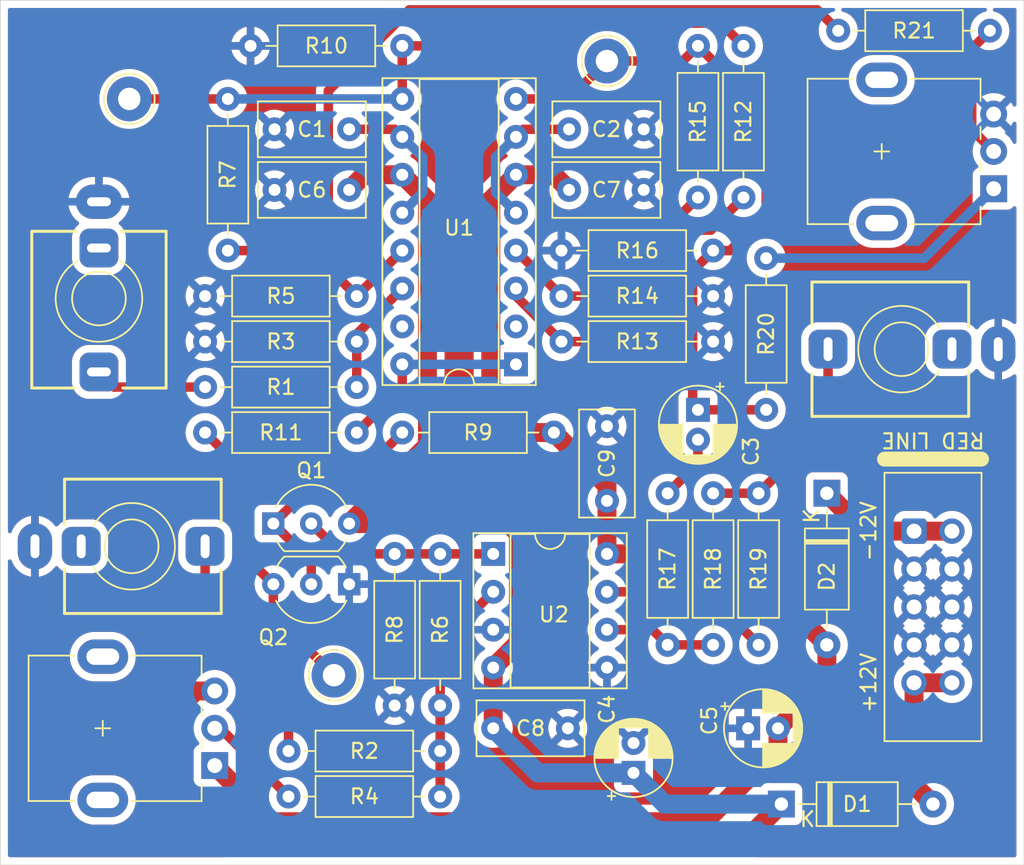
<source format=kicad_pcb>
(kicad_pcb (version 20211014) (generator pcbnew)
  (title_block (title "Example LowPass Filter") (date "2022-05-14") (rev "r01"))
  (layers (0 "F.Cu" signal) (31 "B.Cu" signal) (36 "B.SilkS" user "B.Silkscreen") (37 "F.SilkS" user "F.Silkscreen") (38 "B.Mask" user) (39 "F.Mask" user) (44 "Edge.Cuts" user))
  (net 0 "")
  (net 1 "Net-(C1-Pad1)")
  (net 2 "GND")
  (net 3 "Net-(C2-Pad1)")
  (net 4 "+12V")
  (net 5 "-12V")
  (net 6 "Net-(D1-Pad2)")
  (net 7 "Net-(D2-Pad1)")
  (net 8 "Net-(J1-PadT)")
  (net 10 "Net-(J2-PadT)")
  (net 12 "Net-(J4-PadT)")
  (net 14 "Net-(Q1-Pad2)")
  (net 15 "Net-(Q1-Pad1)")
  (net 16 "Net-(Q2-Pad3)")
  (net 17 "Net-(R1-Pad2)")
  (net 18 "Net-(R2-Pad2)")
  (net 19 "Net-(R4-Pad1)")
  (net 20 "/FEEDBACK")
  (net 21 "Net-(R10-Pad1)")
  (net 22 "Net-(R11-Pad2)")
  (net 23 "Net-(R12-Pad2)")
  (net 24 "Net-(R14-Pad2)")
  (net 25 "Net-(R17-Pad1)")
  (net 26 "Net-(R19-Pad2)")
  (net 29 "Net-(R20-Pad2)")
  (net 30 "Net-(R21-Pad1)")
  (net 31 "Net-(R15-Pad1)")
  (net 32 "Net-(R17-Pad2)")
  (footprint "EurorackBasics:Jack_3.5mm_QingPu_WQP-PJ398SM_Vertical" (layer "F.Cu") (at 101.76 85.852 -90)
    (fp_text reference "J2" hide)
    (fp_text value "Freq CV")
    (pad "S" thru_hole oval (at 0 6.48 270) (size 3.1 2.3) (drill oval 1.6 0.6) (layers *.Cu *.Mask) (net 2 "GND"))
    (pad "T" thru_hole roundrect (at 0 -4.92 270) (size 2.6 2.6) (drill oval 1.6 0.6) (layers *.Cu *.Mask) (net 10 "Net-(J2-PadT)"))
    (pad "TN" thru_hole roundrect (at 0 3.38 270) (size 2.6 2.6) (drill oval 1.6 0.6) (layers *.Cu *.Mask))
  )
  (footprint "Rumblesan_Footprints:Resistor_THT_L6.3mm_D2.5mm_P10.16mm_Horizontal" (layer "F.Cu") (at 140.716 72.136 180)
    (fp_text reference "R13" (at 5.08 0) (layer "F.SilkS"))
    (fp_text value "220r")
    (pad "1" thru_hole circle (at 0 0 180) (size 1.6 1.6) (drill 0.8) (layers *.Cu *.Mask) (net 2 "GND"))
    (pad "2" thru_hole oval (at 10.16 0 180) (size 1.6 1.6) (drill 0.8) (layers *.Cu *.Mask) (net 23 "Net-(R12-Pad2)"))
  )
  (footprint "EurorackBasics:Jack_3.5mm_QingPu_WQP-PJ398SM_Vertical" (layer "F.Cu") (at 153.338 72.644 90)
    (fp_text reference "J4" hide)
    (fp_text value "LowPass Out")
    (pad "S" thru_hole oval (at 0 6.48 90) (size 3.1 2.3) (drill oval 1.6 0.6) (layers *.Cu *.Mask) (net 2 "GND"))
    (pad "T" thru_hole roundrect (at 0 -4.92 90) (size 2.6 2.6) (drill oval 1.6 0.6) (layers *.Cu *.Mask) (net 12 "Net-(J4-PadT)"))
    (pad "TN" thru_hole roundrect (at 0 3.38 90) (size 2.6 2.6) (drill oval 1.6 0.6) (layers *.Cu *.Mask))
  )
  (footprint "Capacitor_THT:CP_Radial_D5.0mm_P2.00mm" (layer "F.Cu") (at 135.382 101.031113 90)
    (fp_text reference "C4" (at 4.257113 -1.778 90) (layer "F.SilkS"))
    (fp_text value "10uF")
    (pad "1" thru_hole rect locked (at 0 0 90) (size 1.6 1.6) (drill 0.8) (layers *.Cu *.Mask) (net 4 "+12V"))
    (pad "2" thru_hole circle locked (at 2 0 90) (size 1.6 1.6) (drill 0.8) (layers *.Cu *.Mask) (net 2 "GND"))
  )
  (footprint "EurorackBasics:Jack_3.5mm_QingPu_WQP-PJ398SM_Vertical" (layer "F.Cu") (at 99.568 69.248 180)
    (fp_text reference "J1" hide)
    (fp_text value "Audio In")
    (pad "S" thru_hole oval (at 0 6.48 180) (size 3.1 2.3) (drill oval 1.6 0.6) (layers *.Cu *.Mask) (net 2 "GND"))
    (pad "T" thru_hole roundrect (at 0 -4.92 180) (size 2.6 2.6) (drill oval 1.6 0.6) (layers *.Cu *.Mask) (net 8 "Net-(J1-PadT)"))
    (pad "TN" thru_hole roundrect (at 0 3.38 180) (size 2.6 2.6) (drill oval 1.6 0.6) (layers *.Cu *.Mask))
  )
  (footprint "Capacitor_THT:CP_Radial_D5.0mm_P2.00mm" (layer "F.Cu") (at 139.7 76.708 -90)
    (fp_text reference "C3" (at 2.794 -3.556 90) (layer "F.SilkS"))
    (fp_text value "10uF")
    (pad "1" thru_hole rect locked (at 0 0 270) (size 1.6 1.6) (drill 0.8) (layers *.Cu *.Mask) (net 31 "Net-(R15-Pad1)"))
    (pad "2" thru_hole circle locked (at 2 0 270) (size 1.6 1.6) (drill 0.8) (layers *.Cu *.Mask) (net 32 "Net-(R17-Pad2)"))
  )
  (footprint "Rumblesan_Footprints:Resistor_THT_L6.3mm_D2.5mm_P10.16mm_Horizontal" (layer "F.Cu") (at 140.716 69.088 180)
    (fp_text reference "R14" (at 5.08 0) (layer "F.SilkS"))
    (fp_text value "220r")
    (pad "1" thru_hole circle (at 0 0 180) (size 1.6 1.6) (drill 0.8) (layers *.Cu *.Mask) (net 2 "GND"))
    (pad "2" thru_hole oval (at 10.16 0 180) (size 1.6 1.6) (drill 0.8) (layers *.Cu *.Mask) (net 24 "Net-(R14-Pad2)"))
  )
  (footprint "Rumblesan_Footprints:Resistor_THT_L6.3mm_D2.5mm_P10.16mm_Horizontal" (layer "F.Cu") (at 106.68 72.136)
    (fp_text reference "R3" (at 5.08 0) (layer "F.SilkS"))
    (fp_text value "220r")
    (pad "1" thru_hole circle (at 0 0) (size 1.6 1.6) (drill 0.8) (layers *.Cu *.Mask) (net 2 "GND"))
    (pad "2" thru_hole oval (at 10.16 0) (size 1.6 1.6) (drill 0.8) (layers *.Cu *.Mask) (net 17 "Net-(R1-Pad2)"))
  )
  (footprint "Rumblesan_Footprints:Resistor_THT_L6.3mm_D2.5mm_P10.16mm_Horizontal" (layer "F.Cu") (at 130.048 78.232 180)
    (fp_text reference "R9" (at 5.08 0) (layer "F.SilkS"))
    (fp_text value "100k")
    (pad "1" thru_hole circle (at 0 0 180) (size 1.6 1.6) (drill 0.8) (layers *.Cu *.Mask) (net 5 "-12V"))
    (pad "2" thru_hole oval (at 10.16 0 180) (size 1.6 1.6) (drill 0.8) (layers *.Cu *.Mask) (net 15 "Net-(Q1-Pad1)"))
  )
  (footprint "Rumblesan_Footprints:Resistor_THT_L6.3mm_D2.5mm_P10.16mm_Horizontal" (layer "F.Cu") (at 137.668 92.456 90)
    (fp_text reference "R17" (at 5.08 0 90) (layer "F.SilkS"))
    (fp_text value "100k")
    (pad "1" thru_hole circle (at 0 0 90) (size 1.6 1.6) (drill 0.8) (layers *.Cu *.Mask) (net 25 "Net-(R17-Pad1)"))
    (pad "2" thru_hole oval (at 10.16 0 90) (size 1.6 1.6) (drill 0.8) (layers *.Cu *.Mask) (net 32 "Net-(R17-Pad2)"))
  )
  (footprint "Rumblesan_Footprints:Resistor_THT_L6.3mm_D2.5mm_P10.16mm_Horizontal" (layer "F.Cu") (at 106.68 78.232)
    (fp_text reference "R11" (at 5.08 0) (layer "F.SilkS"))
    (fp_text value "27k")
    (pad "1" thru_hole circle (at 0 0) (size 1.6 1.6) (drill 0.8) (layers *.Cu *.Mask) (net 16 "Net-(Q2-Pad3)"))
    (pad "2" thru_hole oval (at 10.16 0) (size 1.6 1.6) (drill 0.8) (layers *.Cu *.Mask) (net 22 "Net-(R11-Pad2)"))
  )
  (footprint "Rumblesan_Footprints:Potentiometer_Alpha_RD901F-40-00D_Single_Vertical" (layer "F.Cu") (at 152.012 59.396 90)
    (fp_text reference "RV2" hide)
    (fp_text value "100k" hide)
    (pad "" thru_hole oval (at 4.8 0 270) (size 2.3 3.4) (drill oval 1.1 2.2) (layers *.Cu *.Mask))
    (pad "" thru_hole oval (at -4.8 0 270) (size 2.3 3.4) (drill oval 1.1 2.2) (layers *.Cu *.Mask))
    (pad "1" thru_hole rect (at -2.5 7.5 270) (size 1.8 1.8) (drill 1) (layers *.Cu *.Mask) (net 29 "Net-(R20-Pad2)"))
    (pad "2" thru_hole circle (at 0 7.5 270) (size 1.8 1.8) (drill 1) (layers *.Cu *.Mask) (net 30 "Net-(R21-Pad1)"))
    (pad "3" thru_hole circle (at 2.5 7.5 270) (size 1.8 1.8) (drill 1) (layers *.Cu *.Mask) (net 2 "GND"))
  )
  (footprint "Rumblesan_Footprints:C_Rect_L7.0mm_W3.5mm_P5.00mm" (layer "F.Cu") (at 125.984 98.044)
    (fp_text reference "C8" (at 2.5 0) (layer "F.SilkS"))
    (fp_text value "100nF")
    (pad "1" thru_hole circle (at 0 0) (size 1.6 1.6) (drill 0.8) (layers *.Cu *.Mask) (net 4 "+12V"))
    (pad "2" thru_hole circle (at 5 0) (size 1.6 1.6) (drill 0.8) (layers *.Cu *.Mask) (net 2 "GND"))
  )
  (footprint "Package_TO_SOT_THT:TO-92_Inline_Wide" (layer "F.Cu") (at 111.252 84.328)
    (fp_text reference "Q1" (at 2.54 -3.56) (layer "F.SilkS"))
    (fp_text value "2N3904")
    (pad "1" thru_hole rect locked (at 0 0) (size 1.5 1.5) (drill 0.8) (layers *.Cu *.Mask) (net 15 "Net-(Q1-Pad1)"))
    (pad "2" thru_hole circle locked (at 2.54 0) (size 1.5 1.5) (drill 0.8) (layers *.Cu *.Mask) (net 14 "Net-(Q1-Pad2)"))
    (pad "3" thru_hole circle locked (at 5.08 0) (size 1.5 1.5) (drill 0.8) (layers *.Cu *.Mask) (net 4 "+12V"))
  )
  (footprint "TestPoint:TestPoint_Loop_D2.54mm_Drill1.5mm_Beaded" (layer "F.Cu") (at 101.6 55.88)
    (fp_text reference "TP1" hide)
    (fp_text value "LowPass1")
    (pad "1" thru_hole circle locked (at 0 0) (size 3 3) (drill 1.5) (layers *.Cu *.Mask) (net 21 "Net-(R10-Pad1)"))
  )
  (footprint "Rumblesan_Footprints:Potentiometer_Alpha_RD901F-40-00D_Single_Vertical" (layer "F.Cu") (at 99.825 98.044 90)
    (fp_text reference "RV1" hide)
    (fp_text value "R_Potentiometer" hide)
    (pad "" thru_hole oval (at 4.8 0 270) (size 2.3 3.4) (drill oval 1.1 2.2) (layers *.Cu *.Mask))
    (pad "" thru_hole oval (at -4.8 0 270) (size 2.3 3.4) (drill oval 1.1 2.2) (layers *.Cu *.Mask))
    (pad "1" thru_hole rect (at -2.5 7.5 270) (size 1.8 1.8) (drill 1) (layers *.Cu *.Mask) (net 5 "-12V"))
    (pad "2" thru_hole circle (at 0 7.5 270) (size 1.8 1.8) (drill 1) (layers *.Cu *.Mask) (net 19 "Net-(R4-Pad1)"))
    (pad "3" thru_hole circle (at 2.5 7.5 270) (size 1.8 1.8) (drill 1) (layers *.Cu *.Mask) (net 4 "+12V"))
  )
  (footprint "Rumblesan_Footprints:Resistor_THT_L6.3mm_D2.5mm_P10.16mm_Horizontal" (layer "F.Cu") (at 108.204 55.88 -90)
    (fp_text reference "R7" (at 5.08 0 90) (layer "F.SilkS"))
    (fp_text value "100k")
    (pad "1" thru_hole circle (at 0 0 270) (size 1.6 1.6) (drill 0.8) (layers *.Cu *.Mask) (net 21 "Net-(R10-Pad1)"))
    (pad "2" thru_hole oval (at 10.16 0 270) (size 1.6 1.6) (drill 0.8) (layers *.Cu *.Mask) (net 20 "/FEEDBACK"))
  )
  (footprint "Rumblesan_Footprints:Resistor_THT_L6.3mm_D2.5mm_P10.16mm_Horizontal" (layer "F.Cu") (at 139.7 52.324 -90)
    (fp_text reference "R15" (at 5.08 0 90) (layer "F.SilkS"))
    (fp_text value "100k")
    (pad "1" thru_hole circle (at 0 0 270) (size 1.6 1.6) (drill 0.8) (layers *.Cu *.Mask) (net 31 "Net-(R15-Pad1)"))
    (pad "2" thru_hole oval (at 10.16 0 270) (size 1.6 1.6) (drill 0.8) (layers *.Cu *.Mask) (net 24 "Net-(R14-Pad2)"))
  )
  (footprint "Rumblesan_Footprints:Resistor_THT_L6.3mm_D2.5mm_P10.16mm_Horizontal" (layer "F.Cu") (at 112.268 102.616)
    (fp_text reference "R4" (at 5.08 0) (layer "F.SilkS"))
    (fp_text value "100k")
    (pad "1" thru_hole circle (at 0 0) (size 1.6 1.6) (drill 0.8) (layers *.Cu *.Mask) (net 19 "Net-(R4-Pad1)"))
    (pad "2" thru_hole oval (at 10.16 0) (size 1.6 1.6) (drill 0.8) (layers *.Cu *.Mask) (net 18 "Net-(R2-Pad2)"))
  )
  (footprint "Package_TO_SOT_THT:TO-92_Inline_Wide" (layer "F.Cu") (at 116.332 88.392 180)
    (fp_text reference "Q2" (at 5.08 -3.556 180) (layer "F.SilkS"))
    (fp_text value "2N3906")
    (pad "1" thru_hole rect locked (at 0 0 180) (size 1.5 1.5) (drill 0.8) (layers *.Cu *.Mask) (net 2 "GND"))
    (pad "2" thru_hole circle locked (at 2.54 0 180) (size 1.5 1.5) (drill 0.8) (layers *.Cu *.Mask) (net 15 "Net-(Q1-Pad1)"))
    (pad "3" thru_hole circle locked (at 5.08 0 180) (size 1.5 1.5) (drill 0.8) (layers *.Cu *.Mask) (net 16 "Net-(Q2-Pad3)"))
  )
  (footprint "Rumblesan_Footprints:Diode_THT_P10.16mm_Horizontal" (layer "F.Cu") (at 148.336 82.296 -90)
    (fp_text reference "D2" (at 5.588 0 -270) (layer "F.SilkS"))
    (fp_text value "D")
    (fp_text user "K" (at 1.524 1.016 -270) (layer "F.SilkS"))
    (pad "1" thru_hole rect (at 0 0 270) (size 1.8 1.8) (drill 0.9) (layers *.Cu *.Mask) (net 7 "Net-(D2-Pad1)"))
    (pad "2" thru_hole oval (at 10.16 0 270) (size 1.8 1.8) (drill 0.9) (layers *.Cu *.Mask) (net 5 "-12V"))
  )
  (footprint "TestPoint:TestPoint_Loop_D2.54mm_Drill1.5mm_Beaded" (layer "F.Cu") (at 133.604 53.34)
    (fp_text reference "TP3" hide)
    (fp_text value "LowPass2")
    (pad "1" thru_hole circle locked (at 0 0) (size 3 3) (drill 1.5) (layers *.Cu *.Mask) (net 31 "Net-(R15-Pad1)"))
  )
  (footprint "Rumblesan_Footprints:C_Rect_L7.0mm_W3.5mm_P5.00mm" (layer "F.Cu") (at 136.064 61.976 180)
    (fp_text reference "C7" (at 2.5 0) (layer "F.SilkS"))
    (fp_text value "100nF")
    (pad "1" thru_hole circle (at 0 0 180) (size 1.6 1.6) (drill 0.8) (layers *.Cu *.Mask) (net 2 "GND"))
    (pad "2" thru_hole circle (at 5 0 180) (size 1.6 1.6) (drill 0.8) (layers *.Cu *.Mask) (net 5 "-12V"))
  )
  (footprint "Rumblesan_Footprints:C_Rect_L7.0mm_W3.5mm_P5.00mm" (layer "F.Cu") (at 116.332 57.912 180)
    (fp_text reference "C1" (at 2.5 0) (layer "F.SilkS"))
    (fp_text value "150pF")
    (pad "1" thru_hole circle (at 0 0 180) (size 1.6 1.6) (drill 0.8) (layers *.Cu *.Mask) (net 1 "Net-(C1-Pad1)"))
    (pad "2" thru_hole circle (at 5 0 180) (size 1.6 1.6) (drill 0.8) (layers *.Cu *.Mask) (net 2 "GND"))
  )
  (footprint "Rumblesan_Footprints:Resistor_THT_L6.3mm_D2.5mm_P10.16mm_Horizontal" (layer "F.Cu") (at 122.428 96.52 90)
    (fp_text reference "R6" (at 5.08 0 90) (layer "F.SilkS"))
    (fp_text value "2k")
    (pad "1" thru_hole circle (at 0 0 90) (size 1.6 1.6) (drill 0.8) (layers *.Cu *.Mask) (net 18 "Net-(R2-Pad2)"))
    (pad "2" thru_hole oval (at 10.16 0 90) (size 1.6 1.6) (drill 0.8) (layers *.Cu *.Mask) (net 14 "Net-(Q1-Pad2)"))
  )
  (footprint "Rumblesan_Footprints:Resistor_THT_L6.3mm_D2.5mm_P10.16mm_Horizontal" (layer "F.Cu") (at 159.258 51.308 180)
    (fp_text reference "R21" (at 5.08 0) (layer "F.SilkS"))
    (fp_text value "10k")
    (pad "1" thru_hole circle (at 0 0 180) (size 1.6 1.6) (drill 0.8) (layers *.Cu *.Mask) (net 30 "Net-(R21-Pad1)"))
    (pad "2" thru_hole oval (at 10.16 0 180) (size 1.6 1.6) (drill 0.8) (layers *.Cu *.Mask) (net 20 "/FEEDBACK"))
  )
  (footprint "Rumblesan_Footprints:Resistor_THT_L6.3mm_D2.5mm_P10.16mm_Horizontal" (layer "F.Cu") (at 119.38 96.52 90)
    (fp_text reference "R8" (at 5.08 0 90) (layer "F.SilkS"))
    (fp_text value "470r")
    (pad "1" thru_hole circle (at 0 0 90) (size 1.6 1.6) (drill 0.8) (layers *.Cu *.Mask) (net 2 "GND"))
    (pad "2" thru_hole oval (at 10.16 0 90) (size 1.6 1.6) (drill 0.8) (layers *.Cu *.Mask) (net 14 "Net-(Q1-Pad2)"))
  )
  (footprint "Rumblesan_Footprints:Resistor_THT_L6.3mm_D2.5mm_P10.16mm_Horizontal" (layer "F.Cu") (at 112.268 99.568)
    (fp_text reference "R2" (at 5.08 0) (layer "F.SilkS"))
    (fp_text value "100k")
    (pad "1" thru_hole circle (at 0 0) (size 1.6 1.6) (drill 0.8) (layers *.Cu *.Mask) (net 10 "Net-(J2-PadT)"))
    (pad "2" thru_hole oval (at 10.16 0) (size 1.6 1.6) (drill 0.8) (layers *.Cu *.Mask) (net 18 "Net-(R2-Pad2)"))
  )
  (footprint "Rumblesan_Footprints:DIP-16_W7.62mm_Socket" (layer "F.Cu") (at 127.508 73.66 180)
    (fp_text reference "U1" (at 3.81 9.144) (layer "F.SilkS"))
    (fp_text value "LM13700")
    (pad "1" thru_hole rect locked (at 0 0 180) (size 1.6 1.6) (drill 0.8) (layers *.Cu *.Mask) (net 22 "Net-(R11-Pad2)"))
    (pad "2" thru_hole oval locked (at 0 2.54 180) (size 1.6 1.6) (drill 0.8) (layers *.Cu *.Mask))
    (pad "3" thru_hole oval locked (at 0 5.08 180) (size 1.6 1.6) (drill 0.8) (layers *.Cu *.Mask) (net 23 "Net-(R12-Pad2)"))
    (pad "4" thru_hole oval locked (at 0 7.62 180) (size 1.6 1.6) (drill 0.8) (layers *.Cu *.Mask) (net 24 "Net-(R14-Pad2)"))
    (pad "5" thru_hole oval locked (at 0 10.16 180) (size 1.6 1.6) (drill 0.8) (layers *.Cu *.Mask) (net 3 "Net-(C2-Pad1)"))
    (pad "6" thru_hole oval locked (at 0 12.7 180) (size 1.6 1.6) (drill 0.8) (layers *.Cu *.Mask) (net 5 "-12V"))
    (pad "7" thru_hole oval locked (at 0 15.24 180) (size 1.6 1.6) (drill 0.8) (layers *.Cu *.Mask) (net 3 "Net-(C2-Pad1)"))
    (pad "8" thru_hole oval locked (at 0 17.78 180) (size 1.6 1.6) (drill 0.8) (layers *.Cu *.Mask) (net 31 "Net-(R15-Pad1)"))
    (pad "9" thru_hole oval locked (at 7.62 17.78 180) (size 1.6 1.6) (drill 0.8) (layers *.Cu *.Mask) (net 21 "Net-(R10-Pad1)"))
    (pad "10" thru_hole oval locked (at 7.62 15.24 180) (size 1.6 1.6) (drill 0.8) (layers *.Cu *.Mask) (net 1 "Net-(C1-Pad1)"))
    (pad "11" thru_hole oval locked (at 7.62 12.7 180) (size 1.6 1.6) (drill 0.8) (layers *.Cu *.Mask) (net 4 "+12V"))
    (pad "12" thru_hole oval locked (at 7.62 10.16 180) (size 1.6 1.6) (drill 0.8) (layers *.Cu *.Mask) (net 1 "Net-(C1-Pad1)"))
    (pad "13" thru_hole oval locked (at 7.62 7.62 180) (size 1.6 1.6) (drill 0.8) (layers *.Cu *.Mask) (net 20 "/FEEDBACK"))
    (pad "14" thru_hole oval locked (at 7.62 5.08 180) (size 1.6 1.6) (drill 0.8) (layers *.Cu *.Mask) (net 17 "Net-(R1-Pad2)"))
    (pad "15" thru_hole oval locked (at 7.62 2.54 180) (size 1.6 1.6) (drill 0.8) (layers *.Cu *.Mask))
    (pad "16" thru_hole oval locked (at 7.62 0 180) (size 1.6 1.6) (drill 0.8) (layers *.Cu *.Mask) (net 22 "Net-(R11-Pad2)"))
  )
  (footprint "Rumblesan_Footprints:C_Rect_L7.0mm_W3.5mm_P5.00mm" (layer "F.Cu") (at 133.604 77.804 -90)
    (fp_text reference "C9" (at 2.5 0 90) (layer "F.SilkS"))
    (fp_text value "100nF")
    (pad "1" thru_hole circle (at 0 0 270) (size 1.6 1.6) (drill 0.8) (layers *.Cu *.Mask) (net 2 "GND"))
    (pad "2" thru_hole circle (at 5 0 270) (size 1.6 1.6) (drill 0.8) (layers *.Cu *.Mask) (net 5 "-12V"))
  )
  (footprint "Rumblesan_Footprints:Resistor_THT_L6.3mm_D2.5mm_P10.16mm_Horizontal" (layer "F.Cu") (at 119.888 52.324 180)
    (fp_text reference "R10" (at 5.08 0) (layer "F.SilkS"))
    (fp_text value "10k")
    (pad "1" thru_hole circle (at 0 0 180) (size 1.6 1.6) (drill 0.8) (layers *.Cu *.Mask) (net 21 "Net-(R10-Pad1)"))
    (pad "2" thru_hole oval (at 10.16 0 180) (size 1.6 1.6) (drill 0.8) (layers *.Cu *.Mask) (net 2 "GND"))
  )
  (footprint "EurorackBasics:Eurorack_PowerHeader_2x05_P2.54mm_Bare" (layer "F.Cu") (at 154.178 84.836)
    (fp_text reference "J3" hide)
    (fp_text value "Eurorack_Power_Small" hide)
    (fp_text user "+12V" (at -3.048 10.16 90 unlocked) (layer "F.SilkS"))
    (fp_text user "RED LINE" (at 1.27 -6.096 180 unlocked) (layer "F.SilkS"))
    (fp_text user "-12V" (at -3.048 0 90 unlocked) (layer "F.SilkS"))
    (pad "1" thru_hole roundrect (at 0 0) (size 1.7 1.7) (drill 1) (layers *.Cu *.Mask) (roundrect_rratio 0.1470588235) (net 7 "Net-(D2-Pad1)"))
    (pad "2" thru_hole circle (at 2.54 0) (size 1.7 1.7) (drill 1) (layers *.Cu *.Mask) (net 7 "Net-(D2-Pad1)"))
    (pad "3" thru_hole circle (at 0 2.54) (size 1.7 1.7) (drill 1) (layers *.Cu *.Mask) (net 2 "GND"))
    (pad "4" thru_hole circle (at 2.54 2.54) (size 1.7 1.7) (drill 1) (layers *.Cu *.Mask) (net 2 "GND"))
    (pad "5" thru_hole circle (at 0 5.08) (size 1.7 1.7) (drill 1) (layers *.Cu *.Mask) (net 2 "GND"))
    (pad "6" thru_hole circle (at 2.54 5.08) (size 1.7 1.7) (drill 1) (layers *.Cu *.Mask) (net 2 "GND"))
    (pad "7" thru_hole circle (at 0 7.62) (size 1.7 1.7) (drill 1) (layers *.Cu *.Mask) (net 2 "GND"))
    (pad "8" thru_hole circle (at 2.54 7.62) (size 1.7 1.7) (drill 1) (layers *.Cu *.Mask) (net 2 "GND"))
    (pad "9" thru_hole circle (at 0 10.16) (size 1.7 1.7) (drill 1) (layers *.Cu *.Mask) (net 6 "Net-(D1-Pad2)"))
    (pad "10" thru_hole circle (at 2.54 10.16) (size 1.7 1.7) (drill 1) (layers *.Cu *.Mask) (net 6 "Net-(D1-Pad2)"))
  )
  (footprint "Rumblesan_Footprints:Diode_THT_P10.16mm_Horizontal" (layer "F.Cu") (at 145.288 103.124)
    (fp_text reference "D1" (at 5.08 0) (layer "F.SilkS"))
    (fp_text value "D")
    (fp_text user "K" (at 1.75 1.016) (layer "F.SilkS"))
    (pad "1" thru_hole rect (at 0 0) (size 1.8 1.8) (drill 0.9) (layers *.Cu *.Mask) (net 4 "+12V"))
    (pad "2" thru_hole oval (at 10.16 0) (size 1.8 1.8) (drill 0.9) (layers *.Cu *.Mask) (net 6 "Net-(D1-Pad2)"))
  )
  (footprint "Rumblesan_Footprints:C_Rect_L7.0mm_W3.5mm_P5.00mm" (layer "F.Cu") (at 131.064 57.912)
    (fp_text reference "C2" (at 2.5 0) (layer "F.SilkS"))
    (fp_text value "150pF")
    (pad "1" thru_hole circle (at 0 0) (size 1.6 1.6) (drill 0.8) (layers *.Cu *.Mask) (net 3 "Net-(C2-Pad1)"))
    (pad "2" thru_hole circle (at 5 0) (size 1.6 1.6) (drill 0.8) (layers *.Cu *.Mask) (net 2 "GND"))
  )
  (footprint "TestPoint:TestPoint_Loop_D2.54mm_Drill1.5mm_Beaded" (layer "F.Cu") (at 115.316 94.488)
    (fp_text reference "TP2" hide)
    (fp_text value "Freq")
    (pad "1" thru_hole circle locked (at 0 0) (size 3 3) (drill 1.5) (layers *.Cu *.Mask) (net 16 "Net-(Q2-Pad3)"))
  )
  (footprint "Rumblesan_Footprints:Resistor_THT_L6.3mm_D2.5mm_P10.16mm_Horizontal" (layer "F.Cu") (at 106.68 75.184)
    (fp_text reference "R1" (at 5.08 0) (layer "F.SilkS"))
    (fp_text value "100k")
    (pad "1" thru_hole circle (at 0 0) (size 1.6 1.6) (drill 0.8) (layers *.Cu *.Mask) (net 8 "Net-(J1-PadT)"))
    (pad "2" thru_hole oval (at 10.16 0) (size 1.6 1.6) (drill 0.8) (layers *.Cu *.Mask) (net 17 "Net-(R1-Pad2)"))
  )
  (footprint "Rumblesan_Footprints:Resistor_THT_L6.3mm_D2.5mm_P10.16mm_Horizontal" (layer "F.Cu") (at 140.716 66.04 180)
    (fp_text reference "R16" (at 5.08 0) (layer "F.SilkS"))
    (fp_text value "10k")
    (pad "1" thru_hole circle (at 0 0 180) (size 1.6 1.6) (drill 0.8) (layers *.Cu *.Mask) (net 31 "Net-(R15-Pad1)"))
    (pad "2" thru_hole oval (at 10.16 0 180) (size 1.6 1.6) (drill 0.8) (layers *.Cu *.Mask) (net 2 "GND"))
  )
  (footprint "Rumblesan_Footprints:Resistor_THT_L6.3mm_D2.5mm_P10.16mm_Horizontal" (layer "F.Cu") (at 144.272 76.708 90)
    (fp_text reference "R20" (at 5.08 0 90) (layer "F.SilkS"))
    (fp_text value "10k")
    (pad "1" thru_hole circle (at 0 0 90) (size 1.6 1.6) (drill 0.8) (layers *.Cu *.Mask) (net 31 "Net-(R15-Pad1)"))
    (pad "2" thru_hole oval (at 10.16 0 90) (size 1.6 1.6) (drill 0.8) (layers *.Cu *.Mask) (net 29 "Net-(R20-Pad2)"))
  )
  (footprint "Rumblesan_Footprints:Resistor_THT_L6.3mm_D2.5mm_P10.16mm_Horizontal" (layer "F.Cu") (at 142.748 52.324 -90)
    (fp_text reference "R12" (at 5.08 0 90) (layer "F.SilkS"))
    (fp_text value "100k")
    (pad "1" thru_hole circle (at 0 0 270) (size 1.6 1.6) (drill 0.8) (layers *.Cu *.Mask) (net 21 "Net-(R10-Pad1)"))
    (pad "2" thru_hole oval (at 10.16 0 270) (size 1.6 1.6) (drill 0.8) (layers *.Cu *.Mask) (net 23 "Net-(R12-Pad2)"))
  )
  (footprint "Rumblesan_Footprints:C_Rect_L7.0mm_W3.5mm_P5.00mm" (layer "F.Cu") (at 116.332 61.976 180)
    (fp_text reference "C6" (at 2.5 0) (layer "F.SilkS"))
    (fp_text value "100nF")
    (pad "1" thru_hole circle (at 0 0 180) (size 1.6 1.6) (drill 0.8) (layers *.Cu *.Mask) (net 4 "+12V"))
    (pad "2" thru_hole circle (at 5 0 180) (size 1.6 1.6) (drill 0.8) (layers *.Cu *.Mask) (net 2 "GND"))
  )
  (footprint "Rumblesan_Footprints:Resistor_THT_L6.3mm_D2.5mm_P10.16mm_Horizontal" (layer "F.Cu") (at 140.716 82.296 -90)
    (fp_text reference "R18" (at 5.08 0 90) (layer "F.SilkS"))
    (fp_text value "100k")
    (pad "1" thru_hole circle (at 0 0 270) (size 1.6 1.6) (drill 0.8) (layers *.Cu *.Mask) (net 12 "Net-(J4-PadT)"))
    (pad "2" thru_hole oval (at 10.16 0 270) (size 1.6 1.6) (drill 0.8) (layers *.Cu *.Mask) (net 25 "Net-(R17-Pad1)"))
  )
  (footprint "Rumblesan_Footprints:Resistor_THT_L6.3mm_D2.5mm_P10.16mm_Horizontal" (layer "F.Cu") (at 143.764 82.296 -90)
    (fp_text reference "R19" (at 5.08 0 90) (layer "F.SilkS"))
    (fp_text value "1k")
    (pad "1" thru_hole circle (at 0 0 270) (size 1.6 1.6) (drill 0.8) (layers *.Cu *.Mask) (net 12 "Net-(J4-PadT)"))
    (pad "2" thru_hole oval (at 10.16 0 270) (size 1.6 1.6) (drill 0.8) (layers *.Cu *.Mask) (net 26 "Net-(R19-Pad2)"))
  )
  (footprint "Rumblesan_Footprints:Resistor_THT_L6.3mm_D2.5mm_P10.16mm_Horizontal" (layer "F.Cu") (at 106.68 69.088)
    (fp_text reference "R5" (at 5.08 0) (layer "F.SilkS"))
    (fp_text value "220r")
    (pad "1" thru_hole circle (at 0 0) (size 1.6 1.6) (drill 0.8) (layers *.Cu *.Mask) (net 2 "GND"))
    (pad "2" thru_hole oval (at 10.16 0) (size 1.6 1.6) (drill 0.8) (layers *.Cu *.Mask) (net 20 "/FEEDBACK"))
  )
  (footprint "Capacitor_THT:CP_Radial_D5.0mm_P2.00mm" (layer "F.Cu") (at 143.062888 98.044)
    (fp_text reference "C5" (at -2.600887 -0.508 90) (layer "F.SilkS"))
    (fp_text value "10uF")
    (pad "1" thru_hole rect locked (at 0 0) (size 1.6 1.6) (drill 0.8) (layers *.Cu *.Mask) (net 2 "GND"))
    (pad "2" thru_hole circle locked (at 2 0) (size 1.6 1.6) (drill 0.8) (layers *.Cu *.Mask) (net 5 "-12V"))
  )
  (footprint "Rumblesan_Footprints:DIP-8_W7.62mm_Socket" (layer "F.Cu") (at 125.984 86.36)
    (fp_text reference "U2" (at 4.064 4.064) (layer "F.SilkS"))
    (fp_text value "TL072")
    (pad "1" thru_hole rect locked (at 0 0) (size 1.6 1.6) (drill 0.8) (layers *.Cu *.Mask) (net 14 "Net-(Q1-Pad2)"))
    (pad "2" thru_hole oval locked (at 0 2.54) (size 1.6 1.6) (drill 0.8) (layers *.Cu *.Mask) (net 18 "Net-(R2-Pad2)"))
    (pad "3" thru_hole oval locked (at 0 5.08) (size 1.6 1.6) (drill 0.8) (layers *.Cu *.Mask) (net 2 "GND"))
    (pad "4" thru_hole oval locked (at 0 7.62) (size 1.6 1.6) (drill 0.8) (layers *.Cu *.Mask) (net 4 "+12V"))
    (pad "5" thru_hole oval locked (at 7.62 7.62) (size 1.6 1.6) (drill 0.8) (layers *.Cu *.Mask) (net 2 "GND"))
    (pad "6" thru_hole oval locked (at 7.62 5.08) (size 1.6 1.6) (drill 0.8) (layers *.Cu *.Mask) (net 25 "Net-(R17-Pad1)"))
    (pad "7" thru_hole oval locked (at 7.62 2.54) (size 1.6 1.6) (drill 0.8) (layers *.Cu *.Mask) (net 26 "Net-(R19-Pad2)"))
    (pad "8" thru_hole oval locked (at 7.62 0) (size 1.6 1.6) (drill 0.8) (layers *.Cu *.Mask) (net 5 "-12V"))
  )
  (gr_line (start 161.544 107.188) (end 161.544 49.276) (layer "Edge.Cuts") (width 0.05))
  (gr_line (start 161.544 49.276) (end 92.964 49.276) (layer "Edge.Cuts") (width 0.05))
  (gr_line (start 92.964 107.188) (end 161.544 107.188) (layer "Edge.Cuts") (width 0.05))
  (gr_line (start 92.964 49.276) (end 92.964 107.188) (layer "Edge.Cuts") (width 0.05))
  (segment (start 116.332 57.912) (end 119.38 57.912) (width 0.635) (layer "F.Cu") (net 1))
  (segment (start 119.38 57.912) (end 119.888 58.42) (width 0.635) (layer "F.Cu") (net 1))
  (segment (start 121.259011 62.128989) (end 121.259011 59.791011) (width 0.635) (layer "B.Cu") (net 1))
  (segment (start 121.259011 59.791011) (end 119.888 58.42) (width 0.635) (layer "B.Cu") (net 1))
  (segment (start 119.888 63.5) (end 121.259011 62.128989) (width 0.635) (layer "B.Cu") (net 1))
  (segment (start 128.016 57.912) (end 127.508 58.42) (width 0.635) (layer "F.Cu") (net 3))
  (segment (start 131.064 57.912) (end 128.016 57.912) (width 0.635) (layer "F.Cu") (net 3))
  (segment (start 127.508 63.5) (end 126.136989 62.128989) (width 0.635) (layer "B.Cu") (net 3))
  (segment (start 126.136989 59.791011) (end 127.508 58.42) (width 0.635) (layer "B.Cu") (net 3))
  (segment (start 126.136989 62.128989) (end 126.136989 59.791011) (width 0.635) (layer "B.Cu") (net 3))
  (segment (start 105.156 101.952022) (end 105.156 96.440208) (width 1.27) (layer "F.Cu") (net 4))
  (segment (start 116.332 84.328) (end 121.576511 79.083489) (width 1.27) (layer "F.Cu") (net 4))
  (segment (start 127 84.328) (end 116.332 84.328) (width 1.27) (layer "F.Cu") (net 4))
  (segment (start 105.156 96.440208) (end 106.052208 95.544) (width 1.27) (layer "F.Cu") (net 4))
  (segment (start 127.672511 85.000511) (end 127 84.328) (width 1.27) (layer "F.Cu") (net 4))
  (segment (start 142.583969 105.828031) (end 109.032009 105.828031) (width 1.27) (layer "F.Cu") (net 4))
  (segment (start 127.672511 92.291489) (end 127.672511 85.000511) (width 1.27) (layer "F.Cu") (net 4))
  (segment (start 119.888 60.96) (end 117.348 60.96) (width 1.27) (layer "F.Cu") (net 4))
  (segment (start 109.032009 105.828031) (end 105.156 101.952022) (width 1.27) (layer "F.Cu") (net 4))
  (segment (start 117.348 60.96) (end 116.332 61.976) (width 1.27) (layer "F.Cu") (net 4))
  (segment (start 125.984 93.98) (end 125.984 98.044) (width 1.27) (layer "F.Cu") (net 4))
  (segment (start 125.984 93.98) (end 127.672511 92.291489) (width 1.27) (layer "F.Cu") (net 4))
  (segment (start 106.052208 95.544) (end 107.325 95.544) (width 1.27) (layer "F.Cu") (net 4))
  (segment (start 121.576511 62.648511) (end 119.888 60.96) (width 1.27) (layer "F.Cu") (net 4))
  (segment (start 121.576511 79.083489) (end 121.576511 62.648511) (width 1.27) (layer "F.Cu") (net 4))
  (segment (start 145.288 103.124) (end 142.583969 105.828031) (width 1.27) (layer "F.Cu") (net 4))
  (segment (start 135.382 101.031113) (end 128.971113 101.031113) (width 1.27) (layer "B.Cu") (net 4))
  (segment (start 128.971113 101.031113) (end 125.984 98.044) (width 1.27) (layer "B.Cu") (net 4))
  (segment (start 145.288 103.124) (end 137.474887 103.124) (width 1.27) (layer "B.Cu") (net 4))
  (segment (start 137.474887 103.124) (end 135.382 101.031113) (width 1.27) (layer "B.Cu") (net 4))
  (segment (start 127.508 60.96) (end 130.048 60.96) (width 1.27) (layer "F.Cu") (net 5))
  (segment (start 133.604 86.36) (end 133.604 82.804) (width 1.27) (layer "F.Cu") (net 5))
  (segment (start 130.048 60.96) (end 131.064 61.976) (width 1.27) (layer "F.Cu") (net 5))
  (segment (start 145.062888 98.044) (end 145.062888 99.421022) (width 1.27) (layer "F.Cu") (net 5))
  (segment (start 130.048 78.232) (end 128.702978 78.232) (width 1.27) (layer "F.Cu") (net 5))
  (segment (start 128.702978 78.232) (end 125.819489 75.348511) (width 1.27) (layer "F.Cu") (net 5))
  (segment (start 133.604 81.788) (end 130.048 78.232) (width 1.27) (layer "F.Cu") (net 5))
  (segment (start 125.819489 75.348511) (end 125.819489 62.648511) (width 1.27) (layer "F.Cu") (net 5))
  (segment (start 111.085511 104.304511) (end 107.325 100.544) (width 1.27) (layer "F.Cu") (net 5))
  (segment (start 125.819489 62.648511) (end 127.508 60.96) (width 1.27) (layer "F.Cu") (net 5))
  (segment (start 133.604 82.804) (end 133.604 81.788) (width 1.27) (layer "F.Cu") (net 5))
  (segment (start 148.336 92.456) (end 148.336 94.770888) (width 1.27) (layer "F.Cu") (net 5))
  (segment (start 148.336 94.770888) (end 145.062888 98.044) (width 1.27) (layer "F.Cu") (net 5))
  (segment (start 148.336 92.456) (end 142.24 86.36) (width 1.27) (layer "F.Cu") (net 5))
  (segment (start 140.179399 104.304511) (end 111.085511 104.304511) (width 1.27) (layer "F.Cu") (net 5))
  (segment (start 145.062888 99.421022) (end 140.179399 104.304511) (width 1.27) (layer "F.Cu") (net 5))
  (segment (start 142.24 86.36) (end 133.604 86.36) (width 1.27) (layer "F.Cu") (net 5))
  (segment (start 154.178 101.854) (end 155.448 103.124) (width 1.27) (layer "F.Cu") (net 6))
  (segment (start 154.178 94.996) (end 154.178 101.854) (width 1.27) (layer "F.Cu") (net 6))
  (segment (start 154.178 94.996) (end 156.718 94.996) (width 1.27) (layer "F.Cu") (net 6))
  (segment (start 150.876 84.836) (end 148.336 82.296) (width 1.27) (layer "F.Cu") (net 7))
  (segment (start 154.178 84.836) (end 150.876 84.836) (width 1.27) (layer "F.Cu") (net 7))
  (segment (start 156.718 84.836) (end 154.178 84.836) (width 1.27) (layer "F.Cu") (net 7))
  (segment (start 99.568 74.168) (end 100.584 75.184) (width 0.635) (layer "F.Cu") (net 8))
  (segment (start 100.584 75.184) (end 106.68 75.184) (width 0.635) (layer "F.Cu") (net 8))
  (segment (start 106.68 90.424) (end 112.268 96.012) (width 0.635) (layer "F.Cu") (net 10))
  (segment (start 106.68 85.852) (end 106.68 90.424) (width 0.635) (layer "F.Cu") (net 10))
  (segment (start 112.268 96.012) (end 112.268 99.568) (width 0.635) (layer "F.Cu") (net 10))
  (segment (start 148.418 72.644) (end 148.418 77.642) (width 0.635) (layer "F.Cu") (net 12))
  (segment (start 148.418 77.642) (end 143.764 82.296) (width 0.635) (layer "F.Cu") (net 12))
  (segment (start 140.716 82.296) (end 143.764 82.296) (width 0.635) (layer "F.Cu") (net 12))
  (segment (start 115.824 86.36) (end 119.38 86.36) (width 0.635) (layer "F.Cu") (net 14))
  (segment (start 113.792 84.328) (end 115.824 86.36) (width 0.635) (layer "F.Cu") (net 14))
  (segment (start 125.984 86.36) (end 122.428 86.36) (width 0.635) (layer "F.Cu") (net 14))
  (segment (start 119.38 86.36) (end 122.428 86.36) (width 0.635) (layer "F.Cu") (net 14))
  (segment (start 119.888 78.232) (end 115.824 82.296) (width 0.635) (layer "F.Cu") (net 15))
  (segment (start 113.792 86.868) (end 111.252 84.328) (width 0.635) (layer "F.Cu") (net 15))
  (segment (start 115.824 82.296) (end 113.284 82.296) (width 0.635) (layer "F.Cu") (net 15))
  (segment (start 113.284 82.296) (end 111.252 84.328) (width 0.635) (layer "F.Cu") (net 15))
  (segment (start 113.792 88.392) (end 113.792 86.868) (width 0.635) (layer "F.Cu") (net 15))
  (segment (start 109.22 86.36) (end 109.22 80.772) (width 0.635) (layer "F.Cu") (net 16))
  (segment (start 111.252 90.424) (end 111.252 88.392) (width 0.635) (layer "F.Cu") (net 16))
  (segment (start 115.316 94.488) (end 111.252 90.424) (width 0.635) (layer "F.Cu") (net 16))
  (segment (start 111.252 88.392) (end 109.22 86.36) (width 0.635) (layer "F.Cu") (net 16))
  (segment (start 109.22 80.772) (end 106.68 78.232) (width 0.635) (layer "F.Cu") (net 16))
  (segment (start 116.84 72.136) (end 116.84 75.184) (width 0.635) (layer "F.Cu") (net 17))
  (segment (start 116.84 72.136) (end 116.84 71.628) (width 0.635) (layer "F.Cu") (net 17))
  (segment (start 116.84 71.628) (end 119.888 68.58) (width 0.635) (layer "F.Cu") (net 17))
  (segment (start 122.428 96.52) (end 122.428 92.456) (width 0.635) (layer "F.Cu") (net 18))
  (segment (start 122.428 102.616) (end 122.428 99.568) (width 0.635) (layer "F.Cu") (net 18))
  (segment (start 122.428 99.568) (end 122.428 96.52) (width 0.635) (layer "F.Cu") (net 18))
  (segment (start 122.428 92.456) (end 125.984 88.9) (width 0.635) (layer "F.Cu") (net 18))
  (segment (start 107.325 98.044) (end 107.696 98.044) (width 0.635) (layer "F.Cu") (net 19))
  (segment (start 107.696 98.044) (end 112.268 102.616) (width 0.635) (layer "F.Cu") (net 19))
  (segment (start 119.888 66.04) (end 116.84 69.088) (width 0.635) (layer "F.Cu") (net 20))
  (segment (start 120.361617 49.91148) (end 114.935 55.338097) (width 0.635) (layer "F.Cu") (net 20))
  (segment (start 147.70148 49.91148) (end 120.361617 49.91148) (width 0.635) (layer "F.Cu") (net 20))
  (segment (start 113.792 66.04) (end 116.84 69.088) (width 0.635) (layer "F.Cu") (net 20))
  (segment (start 114.935 55.338097) (end 114.935 67.183) (width 0.635) (layer "F.Cu") (net 20))
  (segment (start 149.098 51.308) (end 147.70148 49.91148) (width 0.635) (layer "F.Cu") (net 20))
  (segment (start 114.935 67.183) (end 116.84 69.088) (width 0.635) (layer "F.Cu") (net 20))
  (segment (start 108.204 66.04) (end 113.792 66.04) (width 0.635) (layer "F.Cu") (net 20))
  (segment (start 131.572 50.8) (end 141.224 50.8) (width 0.635) (layer "F.Cu") (net 21))
  (segment (start 101.6 55.88) (end 108.204 55.88) (width 0.635) (layer "F.Cu") (net 21))
  (segment (start 119.888 55.88) (end 119.888 52.324) (width 0.635) (layer "F.Cu") (net 21))
  (segment (start 130.048 52.324) (end 131.572 50.8) (width 0.635) (layer "F.Cu") (net 21))
  (segment (start 141.224 50.8) (end 142.748 52.324) (width 0.635) (layer "F.Cu") (net 21))
  (segment (start 119.888 52.324) (end 130.048 52.324) (width 0.635) (layer "F.Cu") (net 21))
  (segment (start 108.204 55.88) (end 119.888 55.88) (width 0.635) (layer "B.Cu") (net 21))
  (segment (start 119.888 73.66) (end 119.888 75.184) (width 0.635) (layer "F.Cu") (net 22))
  (segment (start 119.888 75.184) (end 116.84 78.232) (width 0.635) (layer "F.Cu") (net 22))
  (segment (start 119.888 73.66) (end 127.508 73.66) (width 0.635) (layer "B.Cu") (net 22))
  (segment (start 140.563011 64.668989) (end 139.547011 64.668989) (width 0.635) (layer "F.Cu") (net 23))
  (segment (start 139.547011 64.668989) (end 132.08 72.136) (width 0.635) (layer "F.Cu") (net 23))
  (segment (start 127.508 69.088) (end 130.556 72.136) (width 0.635) (layer "F.Cu") (net 23))
  (segment (start 132.08 72.136) (end 130.556 72.136) (width 0.635) (layer "F.Cu") (net 23))
  (segment (start 142.748 62.484) (end 140.563011 64.668989) (width 0.635) (layer "F.Cu") (net 23))
  (segment (start 127.508 68.58) (end 127.508 69.088) (width 0.635) (layer "F.Cu") (net 23))
  (segment (start 127.508 66.04) (end 130.556 69.088) (width 0.635) (layer "F.Cu") (net 24))
  (segment (start 139.7 62.484) (end 133.096 69.088) (width 0.635) (layer "F.Cu") (net 24))
  (segment (start 133.096 69.088) (end 130.556 69.088) (width 0.635) (layer "F.Cu") (net 24))
  (segment (start 133.604 91.44) (end 136.652 91.44) (width 0.635) (layer "F.Cu") (net 25))
  (segment (start 136.652 91.44) (end 137.668 92.456) (width 0.635) (layer "F.Cu") (net 25))
  (segment (start 137.668 92.456) (end 140.716 92.456) (width 0.635) (layer "F.Cu") (net 25))
  (segment (start 140.208 88.9) (end 143.764 92.456) (width 0.635) (layer "F.Cu") (net 26))
  (segment (start 133.604 88.9) (end 140.208 88.9) (width 0.635) (layer "F.Cu") (net 26))
  (segment (start 144.272 66.548) (end 154.86 66.548) (width 0.635) (layer "B.Cu") (net 29))
  (segment (start 154.86 66.548) (end 159.512 61.896) (width 0.635) (layer "B.Cu") (net 29))
  (segment (start 158.040989 57.924989) (end 158.040989 52.525011) (width 0.635) (layer "F.Cu") (net 30))
  (segment (start 158.040989 52.525011) (end 159.258 51.308) (width 0.635) (layer "F.Cu") (net 30))
  (segment (start 159.512 59.396) (end 158.040989 57.924989) (width 0.635) (layer "F.Cu") (net 30))
  (segment (start 140.716 66.04) (end 139.344989 67.411011) (width 0.635) (layer "F.Cu") (net 31))
  (segment (start 139.344989 67.411011) (end 139.344989 76.352989) (width 0.635) (layer "F.Cu") (net 31))
  (segment (start 139.344989 76.352989) (end 139.7 76.708) (width 0.635) (layer "F.Cu") (net 31))
  (segment (start 144.272 56.896) (end 139.7 52.324) (width 0.635) (layer "F.Cu") (net 31))
  (segment (start 138.684 53.34) (end 139.7 52.324) (width 0.635) (layer "F.Cu") (net 31))
  (segment (start 133.604 53.34) (end 138.684 53.34) (width 0.635) (layer "F.Cu") (net 31))
  (segment (start 131.064 55.88) (end 133.604 53.34) (width 0.635) (layer "F.Cu") (net 31))
  (segment (start 141.84737 66.04) (end 144.272 63.61537) (width 0.635) (layer "F.Cu") (net 31))
  (segment (start 144.272 76.708) (end 139.7 76.708) (width 0.635) (layer "F.Cu") (net 31))
  (segment (start 127.508 55.88) (end 131.064 55.88) (width 0.635) (layer "F.Cu") (net 31))
  (segment (start 140.716 66.04) (end 141.84737 66.04) (width 0.635) (layer "F.Cu") (net 31))
  (segment (start 144.272 63.61537) (end 144.272 56.896) (width 0.635) (layer "F.Cu") (net 31))
  (segment (start 139.7 78.708) (end 139.7 80.264) (width 0.635) (layer "F.Cu") (net 32))
  (segment (start 139.7 80.264) (end 137.668 82.296) (width 0.635) (layer "F.Cu") (net 32))
  (zone (net 2) (net_name "GND") (layers F&B.Cu) (connect_pads (clearance 0.508)) (min_thickness 0.254) (fill yes (thermal_gap 0.508) (thermal_bridge_width 0.508))
    (polygon (pts (xy 161.544 107.188) (xy 92.964 107.188) (xy 92.964 49.276) (xy 161.544 49.276)))
  )
)
</source>
